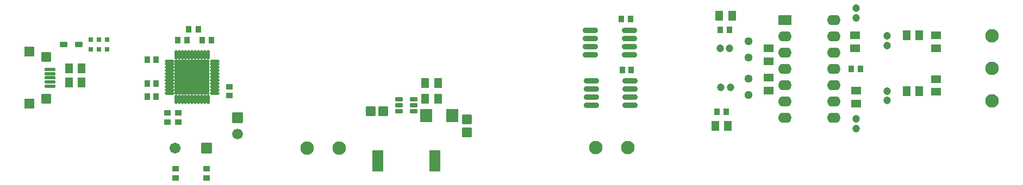
<source format=gts>
G04 Layer: TopSolderMaskLayer*
G04 EasyEDA v6.5.23, 2023-06-02 21:13:54*
G04 33ff916c08f040c1a4a9353f5c15a4ee,b642c611f69d48ac97ba22acea37c14c,10*
G04 Gerber Generator version 0.2*
G04 Scale: 100 percent, Rotated: No, Reflected: No *
G04 Dimensions in millimeters *
G04 leading zeros omitted , absolute positions ,4 integer and 5 decimal *
%FSLAX45Y45*%
%MOMM*%

%AMMACRO1*1,1,$1,$2,$3*1,1,$1,$4,$5*1,1,$1,0-$2,0-$3*1,1,$1,0-$4,0-$5*20,1,$1,$2,$3,$4,$5,0*20,1,$1,$4,$5,0-$2,0-$3,0*20,1,$1,0-$2,0-$3,0-$4,0-$5,0*20,1,$1,0-$4,0-$5,$2,$3,0*4,1,4,$2,$3,$4,$5,0-$2,0-$3,0-$4,0-$5,$2,$3,0*%
%AMMACRO2*4,1,4,-0.8509,-1.651,-0.8509,1.651,0.8509,1.651,0.8509,-1.651,-0.8509,-1.651,0*%
%ADD10O,1.5031974X0.5031994000000001*%
%ADD11O,0.5031994000000001X1.5031974*%
%ADD12MACRO1,0.2032X-2.6X2.6X2.6X2.6*%
%ADD13MACRO1,0.1016X0.7874X-0.7874X-0.7874X-0.7874*%
%ADD14C,1.6764*%
%ADD15C,2.1016*%
%ADD16MACRO1,0.1016X0.4X-0.45X-0.4X-0.45*%
%ADD17MACRO1,0.1016X0.675X-0.705X-0.675X-0.705*%
%ADD18MACRO1,0.1016X0.675X0.705X-0.675X0.705*%
%ADD19MACRO1,0.1016X0.705X0.675X0.705X-0.675*%
%ADD20MACRO1,0.1016X-0.705X0.675X-0.705X-0.675*%
%ADD21MACRO1,0.1016X0.9X-1X-0.9X-1*%
%ADD22MACRO1,0.1016X0.6885X-0.5663X-0.6885X-0.5663*%
%ADD23MACRO1,0.1016X0.6885X0.5663X-0.6885X0.5663*%
%ADD24MACRO1,0.1016X-0.5663X-0.6885X-0.5663X0.6885*%
%ADD25MACRO1,0.1016X0.5663X-0.6885X0.5663X0.6885*%
%ADD26MACRO1,0.1016X-0.6885X0.5663X0.6885X0.5663*%
%ADD27MACRO1,0.1016X-0.6885X-0.5663X0.6885X-0.5663*%
%ADD28MACRO1,0.1016X0.5663X0.6885X0.5663X-0.6885*%
%ADD29MACRO1,0.1016X-0.5663X0.6885X-0.5663X-0.6885*%
%ADD30MACRO2*%
%ADD31MACRO1,0.1016X-0.4X0.45X0.4X0.45*%
%ADD32MACRO1,0.1016X0.4032X0.432X0.4032X-0.432*%
%ADD33MACRO1,0.1016X-0.4032X0.432X-0.4032X-0.432*%
%ADD34MACRO1,0.1016X0.432X-0.4032X-0.432X-0.4032*%
%ADD35MACRO1,0.1016X0.432X0.4032X-0.432X0.4032*%
%ADD36C,1.2954*%
%ADD37MACRO1,0.1016X0.8X-0.2X-0.8X-0.2*%
%ADD38MACRO1,0.1016X0.7X0.7X0.7X-0.7*%
%ADD39MACRO1,0.1016X-0.7499X0.7X0.7499X0.7*%
%ADD40O,2.1015960000000002X1.6015970000000002*%
%ADD41MACRO1,0.1016X-1X0.75X1X0.75*%
%ADD42O,2.4031956000000005X0.9031986000000001*%
%ADD43MACRO1,0.1016X-0.45X-0.4X-0.45X0.4*%
%ADD44MACRO1,0.1016X-0.3X-0.3X-0.3X0.3*%
%ADD45MACRO1,0.1016X0.3X0.3X0.3X-0.3*%
%ADD46MACRO1,0.1016X0.5X-0.375X-0.5X-0.375*%
%ADD47MACRO1,0.2032X0.75X-0.75X-0.75X-0.75*%
%ADD48C,1.7032*%
%ADD49MACRO1,0.1016X-0.536X-0.266X-0.536X0.266*%
%ADD50C,1.2032*%
%ADD51R,1.0016X0.9016*%
%ADD52R,0.0142X0.9016*%

%LPD*%
D10*
G01*
X3210077Y9940086D03*
G01*
X3210077Y9890099D03*
G01*
X3210077Y9840087D03*
G01*
X3210077Y9790099D03*
G01*
X3210077Y9740087D03*
G01*
X3210077Y9690100D03*
G01*
X3210077Y9640087D03*
G01*
X3210077Y9590100D03*
G01*
X3210077Y9540087D03*
G01*
X3210077Y9490100D03*
G01*
X3210077Y9440087D03*
D11*
G01*
X3310077Y9340087D03*
G01*
X3360064Y9340087D03*
G01*
X3410077Y9340087D03*
G01*
X3460064Y9340087D03*
G01*
X3510076Y9340087D03*
G01*
X3560063Y9340087D03*
G01*
X3610076Y9340087D03*
G01*
X3660063Y9340087D03*
G01*
X3710076Y9340087D03*
G01*
X3760063Y9340087D03*
G01*
X3810076Y9340087D03*
D10*
G01*
X3910075Y9440087D03*
G01*
X3910075Y9490100D03*
G01*
X3910075Y9540087D03*
G01*
X3910075Y9590100D03*
G01*
X3910075Y9640087D03*
G01*
X3910075Y9690100D03*
G01*
X3910075Y9740087D03*
G01*
X3910075Y9790099D03*
G01*
X3910075Y9840087D03*
G01*
X3910075Y9890099D03*
G01*
X3910075Y9940086D03*
D11*
G01*
X3810076Y10040086D03*
G01*
X3760063Y10040086D03*
G01*
X3710076Y10040086D03*
G01*
X3660063Y10040086D03*
G01*
X3610076Y10040086D03*
G01*
X3560063Y10040086D03*
G01*
X3510076Y10040086D03*
G01*
X3460064Y10040086D03*
G01*
X3410077Y10040086D03*
G01*
X3360064Y10040086D03*
G01*
X3310077Y10040086D03*
D12*
G01*
X3560066Y9690102D03*
G01*
X3560066Y9690102D03*
D13*
G01*
X4269994Y9056877D03*
D14*
G01*
X4269993Y8802878D03*
D15*
G01*
X5349493Y8579865D03*
G01*
X5850381Y8579865D03*
G01*
X9849611Y8590026D03*
G01*
X10350500Y8590026D03*
G01*
X16020034Y9322054D03*
G01*
X16020034Y9830054D03*
G01*
X16020034Y10338054D03*
D16*
G01*
X2859890Y9590024D03*
G01*
X2999889Y9590024D03*
D17*
G01*
X7839984Y9029984D03*
D18*
G01*
X7839984Y8829979D03*
D19*
G01*
X6339913Y9160001D03*
D20*
G01*
X6539918Y9160001D03*
D21*
G01*
X7615984Y9089981D03*
G01*
X7203986Y9089981D03*
D22*
G01*
X12539974Y10139984D03*
D23*
G01*
X12539974Y9939975D03*
D22*
G01*
X12539974Y9679985D03*
D23*
G01*
X12539974Y9479975D03*
D24*
G01*
X11969981Y10649978D03*
D25*
G01*
X11769971Y10649978D03*
D24*
G01*
X11909981Y8929982D03*
D25*
G01*
X11709971Y8929982D03*
D22*
G01*
X13889972Y10339984D03*
D23*
G01*
X13889972Y10139974D03*
D26*
G01*
X13899972Y9279976D03*
D27*
G01*
X13899972Y9479986D03*
D22*
G01*
X15149969Y10339984D03*
D23*
G01*
X15149969Y10139974D03*
D24*
G01*
X14889975Y10339979D03*
D25*
G01*
X14689965Y10339979D03*
D24*
G01*
X14889975Y9469981D03*
D25*
G01*
X14689965Y9469981D03*
D22*
G01*
X15149969Y9659985D03*
D23*
G01*
X15149969Y9459976D03*
D16*
G01*
X13829972Y9819980D03*
G01*
X13969972Y9819980D03*
G01*
X11739976Y9149981D03*
G01*
X11879976Y9149981D03*
G01*
X11789976Y10429979D03*
G01*
X11929976Y10429979D03*
D24*
G01*
X7390058Y9349993D03*
D25*
G01*
X7190049Y9349993D03*
D28*
G01*
X7189980Y9599980D03*
D29*
G01*
X7389990Y9599980D03*
D24*
G01*
X1840001Y9609980D03*
D25*
G01*
X1639991Y9609980D03*
D24*
G01*
X1840001Y9829980D03*
D25*
G01*
X1639991Y9829980D03*
D30*
G01*
X7344918Y8379968D03*
G01*
X6454901Y8379968D03*
D31*
G01*
X2999994Y9389981D03*
G01*
X2859994Y9389981D03*
G01*
X2999994Y9959980D03*
G01*
X2859994Y9959980D03*
D16*
G01*
X3339993Y10269979D03*
G01*
X3479993Y10269979D03*
D32*
G01*
X3504667Y10439979D03*
D33*
G01*
X3655317Y10439979D03*
D34*
G01*
X3179993Y9135306D03*
D35*
G01*
X3179993Y8984656D03*
D36*
G01*
X12229947Y9997186D03*
G01*
X12229947Y10251186D03*
G01*
X12229947Y9412986D03*
G01*
X12229947Y9666986D03*
D37*
G01*
X1351757Y9809952D03*
G01*
X1351757Y9744953D03*
G01*
X1351757Y9679942D03*
G01*
X1351757Y9614951D03*
G01*
X1351757Y9549952D03*
D38*
G01*
X1284451Y9354939D03*
G01*
X1284451Y10004925D03*
D39*
G01*
X1028466Y10085047D03*
G01*
X1028466Y9274837D03*
D40*
G01*
X13560882Y9058046D03*
G01*
X13560780Y9312046D03*
G01*
X13560780Y9566046D03*
G01*
X13560780Y9820046D03*
G01*
X13560780Y10074046D03*
G01*
X13560780Y10328046D03*
G01*
X13560780Y10582046D03*
G01*
X12798780Y9058046D03*
G01*
X12798780Y9312046D03*
G01*
X12798780Y9566046D03*
G01*
X12798780Y9820046D03*
G01*
X12798780Y10074046D03*
G01*
X12798780Y10328046D03*
D41*
G01*
X12798798Y10582041D03*
D42*
G01*
X9767697Y10420451D03*
G01*
X9767697Y10293451D03*
G01*
X9767697Y10166451D03*
G01*
X9767697Y10039451D03*
G01*
X10372216Y10420451D03*
G01*
X10372216Y10293451D03*
G01*
X10372216Y10166451D03*
G01*
X10372216Y10039451D03*
G01*
X9777729Y9630460D03*
G01*
X9777729Y9503460D03*
G01*
X9777729Y9376460D03*
G01*
X9777729Y9249460D03*
G01*
X10382250Y9630460D03*
G01*
X10382250Y9503460D03*
G01*
X10382250Y9376460D03*
G01*
X10382250Y9249460D03*
D43*
G01*
X3349993Y9129981D03*
G01*
X3349993Y8989982D03*
D31*
G01*
X3859992Y10269979D03*
G01*
X3719992Y10269979D03*
D16*
G01*
X10249979Y10599978D03*
G01*
X10389979Y10599978D03*
G01*
X10259979Y9799980D03*
G01*
X10399979Y9799980D03*
D44*
G01*
X1979996Y10124975D03*
D45*
G01*
X1979996Y10274983D03*
D44*
G01*
X2109995Y10124975D03*
D45*
G01*
X2109995Y10274983D03*
D44*
G01*
X2239995Y10124975D03*
D45*
G01*
X2239995Y10274983D03*
D46*
G01*
X1562741Y10199979D03*
G01*
X1797246Y10199979D03*
D47*
G01*
X3783831Y8579984D03*
D48*
G01*
X3296158Y8579993D03*
D49*
G01*
X7014895Y9154985D03*
G01*
X7014895Y9249981D03*
G01*
X7014895Y9344977D03*
G01*
X6785076Y9344977D03*
G01*
X6785076Y9249981D03*
G01*
X6785076Y9154985D03*
D50*
G01*
X11784914Y10139984D03*
G01*
X11935028Y10139984D03*
G01*
X11794896Y9529978D03*
G01*
X11945010Y9529978D03*
G01*
X13899972Y10614888D03*
G01*
X13899972Y10765002D03*
G01*
X13899972Y9035059D03*
G01*
X13899972Y8884945D03*
G01*
X14389963Y10184917D03*
G01*
X14389963Y10335031D03*
G01*
X14389963Y9324898D03*
G01*
X14389963Y9475012D03*
D51*
G01*
X3299993Y8259978D03*
D43*
G01*
X3299993Y8119983D03*
D51*
G01*
X3789984Y8259978D03*
D43*
G01*
X3789992Y8119983D03*
G01*
X4139991Y9539980D03*
G01*
X4139991Y9399981D03*
M02*

</source>
